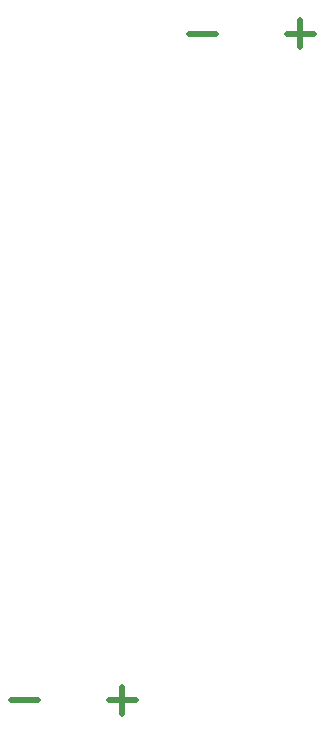
<source format=gbr>
%TF.GenerationSoftware,KiCad,Pcbnew,(5.1.7)-1*%
%TF.CreationDate,2021-06-08T21:53:32+03:00*%
%TF.ProjectId,SynchronousBuck,53796e63-6872-46f6-9e6f-75734275636b,rev?*%
%TF.SameCoordinates,Original*%
%TF.FileFunction,Legend,Bot*%
%TF.FilePolarity,Positive*%
%FSLAX46Y46*%
G04 Gerber Fmt 4.6, Leading zero omitted, Abs format (unit mm)*
G04 Created by KiCad (PCBNEW (5.1.7)-1) date 2021-06-08 21:53:32*
%MOMM*%
%LPD*%
G01*
G04 APERTURE LIST*
%ADD10C,0.500000*%
G04 APERTURE END LIST*
D10*
X105085714Y-60185714D02*
X102800000Y-60185714D01*
X103942857Y-59042857D02*
X103942857Y-61328571D01*
X96800000Y-60185714D02*
X94514285Y-60185714D01*
X89985714Y-116585714D02*
X87700000Y-116585714D01*
X88842857Y-115442857D02*
X88842857Y-117728571D01*
X81700000Y-116585714D02*
X79414285Y-116585714D01*
M02*

</source>
